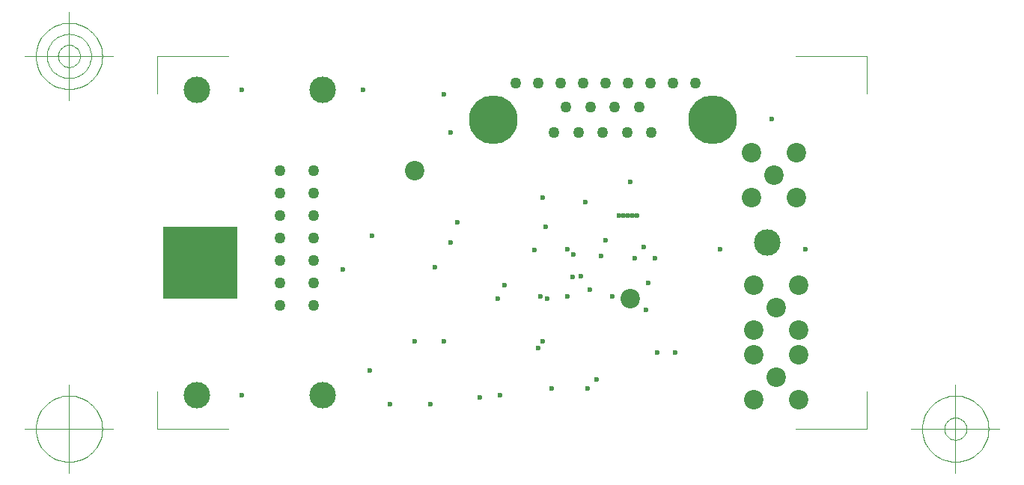
<source format=gbr>
G04 Generated by Ultiboard *
%FSLAX25Y25*%
%MOMM*%

%ADD10C,0.00100*%
%ADD11C,0.10000*%
%ADD12C,0.60000*%
%ADD13C,3.00000*%
%ADD14C,5.50316*%
%ADD15C,1.27000*%
%ADD16C,2.20000*%
%ADD17C,1.30000*%


%LNSolder Mask Bottom*%
%LPD*%
%FSLAX25Y25*%
%MOMM*%
G54D10*
G36*
X25400Y1447800D02*
X25400Y2260600D01*
X863600Y2260600D01*
X863600Y1447800D01*
X25400Y1447800D01*
G37*
G54D11*
X-40050Y-25400D02*
X-40050Y396240D01*
X-40050Y-25400D02*
X762531Y-25400D01*
X7985760Y-25400D02*
X7183179Y-25400D01*
X7985760Y-25400D02*
X7985760Y396240D01*
X7985760Y4191000D02*
X7985760Y3769360D01*
X7985760Y4191000D02*
X7183179Y4191000D01*
X-40050Y4191000D02*
X762531Y4191000D01*
X-40050Y4191000D02*
X-40050Y3769360D01*
X-540050Y-25400D02*
X-1540050Y-25400D01*
X-1040050Y-525400D02*
X-1040050Y474600D01*
X-665050Y-25400D02*
X-666856Y11356D01*
X-666856Y11356D02*
X-672256Y47759D01*
X-672256Y47759D02*
X-681197Y83457D01*
X-681197Y83457D02*
X-693595Y118106D01*
X-693595Y118106D02*
X-709330Y151374D01*
X-709330Y151374D02*
X-728249Y182939D01*
X-728249Y182939D02*
X-750171Y212497D01*
X-750171Y212497D02*
X-774885Y239765D01*
X-774885Y239765D02*
X-802153Y264479D01*
X-802153Y264479D02*
X-831711Y286401D01*
X-831711Y286401D02*
X-863276Y305320D01*
X-863276Y305320D02*
X-896544Y321055D01*
X-896544Y321055D02*
X-931193Y333453D01*
X-931193Y333453D02*
X-966891Y342394D01*
X-966891Y342394D02*
X-1003294Y347794D01*
X-1003294Y347794D02*
X-1040050Y349600D01*
X-1040050Y349600D02*
X-1076806Y347794D01*
X-1076806Y347794D02*
X-1113209Y342394D01*
X-1113209Y342394D02*
X-1148907Y333453D01*
X-1148907Y333453D02*
X-1183556Y321055D01*
X-1183556Y321055D02*
X-1216824Y305320D01*
X-1216824Y305320D02*
X-1248389Y286401D01*
X-1248389Y286401D02*
X-1277947Y264479D01*
X-1277947Y264479D02*
X-1305215Y239765D01*
X-1305215Y239765D02*
X-1329929Y212497D01*
X-1329929Y212497D02*
X-1351851Y182939D01*
X-1351851Y182939D02*
X-1370770Y151374D01*
X-1370770Y151374D02*
X-1386505Y118106D01*
X-1386505Y118106D02*
X-1398903Y83457D01*
X-1398903Y83457D02*
X-1407844Y47759D01*
X-1407844Y47759D02*
X-1413244Y11356D01*
X-1413244Y11356D02*
X-1415050Y-25400D01*
X-1415050Y-25400D02*
X-1413244Y-62156D01*
X-1413244Y-62156D02*
X-1407844Y-98559D01*
X-1407844Y-98559D02*
X-1398903Y-134257D01*
X-1398903Y-134257D02*
X-1386505Y-168906D01*
X-1386505Y-168906D02*
X-1370770Y-202174D01*
X-1370770Y-202174D02*
X-1351851Y-233739D01*
X-1351851Y-233739D02*
X-1329929Y-263297D01*
X-1329929Y-263297D02*
X-1305215Y-290565D01*
X-1305215Y-290565D02*
X-1277947Y-315279D01*
X-1277947Y-315279D02*
X-1248389Y-337201D01*
X-1248389Y-337201D02*
X-1216824Y-356120D01*
X-1216824Y-356120D02*
X-1183556Y-371855D01*
X-1183556Y-371855D02*
X-1148907Y-384253D01*
X-1148907Y-384253D02*
X-1113209Y-393194D01*
X-1113209Y-393194D02*
X-1076806Y-398594D01*
X-1076806Y-398594D02*
X-1040050Y-400400D01*
X-1040050Y-400400D02*
X-1003294Y-398594D01*
X-1003294Y-398594D02*
X-966891Y-393194D01*
X-966891Y-393194D02*
X-931193Y-384253D01*
X-931193Y-384253D02*
X-896544Y-371855D01*
X-896544Y-371855D02*
X-863276Y-356120D01*
X-863276Y-356120D02*
X-831711Y-337201D01*
X-831711Y-337201D02*
X-802153Y-315279D01*
X-802153Y-315279D02*
X-774885Y-290565D01*
X-774885Y-290565D02*
X-750171Y-263297D01*
X-750171Y-263297D02*
X-728249Y-233739D01*
X-728249Y-233739D02*
X-709330Y-202174D01*
X-709330Y-202174D02*
X-693595Y-168906D01*
X-693595Y-168906D02*
X-681197Y-134257D01*
X-681197Y-134257D02*
X-672256Y-98559D01*
X-672256Y-98559D02*
X-666856Y-62156D01*
X-666856Y-62156D02*
X-665050Y-25400D01*
X8485760Y-25400D02*
X9485760Y-25400D01*
X8985760Y-525400D02*
X8985760Y474600D01*
X9360760Y-25400D02*
X9358954Y11356D01*
X9358954Y11356D02*
X9353554Y47759D01*
X9353554Y47759D02*
X9344613Y83457D01*
X9344613Y83457D02*
X9332215Y118106D01*
X9332215Y118106D02*
X9316480Y151374D01*
X9316480Y151374D02*
X9297561Y182939D01*
X9297561Y182939D02*
X9275639Y212497D01*
X9275639Y212497D02*
X9250925Y239765D01*
X9250925Y239765D02*
X9223657Y264479D01*
X9223657Y264479D02*
X9194099Y286401D01*
X9194099Y286401D02*
X9162534Y305320D01*
X9162534Y305320D02*
X9129266Y321055D01*
X9129266Y321055D02*
X9094617Y333453D01*
X9094617Y333453D02*
X9058919Y342394D01*
X9058919Y342394D02*
X9022516Y347794D01*
X9022516Y347794D02*
X8985760Y349600D01*
X8985760Y349600D02*
X8949004Y347794D01*
X8949004Y347794D02*
X8912601Y342394D01*
X8912601Y342394D02*
X8876903Y333453D01*
X8876903Y333453D02*
X8842254Y321055D01*
X8842254Y321055D02*
X8808986Y305320D01*
X8808986Y305320D02*
X8777421Y286401D01*
X8777421Y286401D02*
X8747863Y264479D01*
X8747863Y264479D02*
X8720595Y239765D01*
X8720595Y239765D02*
X8695881Y212497D01*
X8695881Y212497D02*
X8673959Y182939D01*
X8673959Y182939D02*
X8655040Y151374D01*
X8655040Y151374D02*
X8639305Y118106D01*
X8639305Y118106D02*
X8626907Y83457D01*
X8626907Y83457D02*
X8617966Y47759D01*
X8617966Y47759D02*
X8612566Y11356D01*
X8612566Y11356D02*
X8610760Y-25400D01*
X8610760Y-25400D02*
X8612566Y-62156D01*
X8612566Y-62156D02*
X8617966Y-98559D01*
X8617966Y-98559D02*
X8626907Y-134257D01*
X8626907Y-134257D02*
X8639305Y-168906D01*
X8639305Y-168906D02*
X8655040Y-202174D01*
X8655040Y-202174D02*
X8673959Y-233739D01*
X8673959Y-233739D02*
X8695881Y-263297D01*
X8695881Y-263297D02*
X8720595Y-290565D01*
X8720595Y-290565D02*
X8747863Y-315279D01*
X8747863Y-315279D02*
X8777421Y-337201D01*
X8777421Y-337201D02*
X8808986Y-356120D01*
X8808986Y-356120D02*
X8842254Y-371855D01*
X8842254Y-371855D02*
X8876903Y-384253D01*
X8876903Y-384253D02*
X8912601Y-393194D01*
X8912601Y-393194D02*
X8949004Y-398594D01*
X8949004Y-398594D02*
X8985760Y-400400D01*
X8985760Y-400400D02*
X9022516Y-398594D01*
X9022516Y-398594D02*
X9058919Y-393194D01*
X9058919Y-393194D02*
X9094617Y-384253D01*
X9094617Y-384253D02*
X9129266Y-371855D01*
X9129266Y-371855D02*
X9162534Y-356120D01*
X9162534Y-356120D02*
X9194099Y-337201D01*
X9194099Y-337201D02*
X9223657Y-315279D01*
X9223657Y-315279D02*
X9250925Y-290565D01*
X9250925Y-290565D02*
X9275639Y-263297D01*
X9275639Y-263297D02*
X9297561Y-233739D01*
X9297561Y-233739D02*
X9316480Y-202174D01*
X9316480Y-202174D02*
X9332215Y-168906D01*
X9332215Y-168906D02*
X9344613Y-134257D01*
X9344613Y-134257D02*
X9353554Y-98559D01*
X9353554Y-98559D02*
X9358954Y-62156D01*
X9358954Y-62156D02*
X9360760Y-25400D01*
X9110760Y-25400D02*
X9110158Y-13148D01*
X9110158Y-13148D02*
X9108358Y-1014D01*
X9108358Y-1014D02*
X9105378Y10886D01*
X9105378Y10886D02*
X9101245Y22435D01*
X9101245Y22435D02*
X9096000Y33525D01*
X9096000Y33525D02*
X9089694Y44046D01*
X9089694Y44046D02*
X9082386Y53899D01*
X9082386Y53899D02*
X9074148Y62988D01*
X9074148Y62988D02*
X9065059Y71226D01*
X9065059Y71226D02*
X9055206Y78534D01*
X9055206Y78534D02*
X9044685Y84840D01*
X9044685Y84840D02*
X9033595Y90085D01*
X9033595Y90085D02*
X9022046Y94218D01*
X9022046Y94218D02*
X9010146Y97198D01*
X9010146Y97198D02*
X8998012Y98998D01*
X8998012Y98998D02*
X8985760Y99600D01*
X8985760Y99600D02*
X8973508Y98998D01*
X8973508Y98998D02*
X8961374Y97198D01*
X8961374Y97198D02*
X8949475Y94218D01*
X8949475Y94218D02*
X8937925Y90085D01*
X8937925Y90085D02*
X8926836Y84840D01*
X8926836Y84840D02*
X8916314Y78534D01*
X8916314Y78534D02*
X8906461Y71226D01*
X8906461Y71226D02*
X8897372Y62988D01*
X8897372Y62988D02*
X8889134Y53899D01*
X8889134Y53899D02*
X8881826Y44046D01*
X8881826Y44046D02*
X8875520Y33525D01*
X8875520Y33525D02*
X8870275Y22435D01*
X8870275Y22435D02*
X8866143Y10886D01*
X8866143Y10886D02*
X8863162Y-1014D01*
X8863162Y-1014D02*
X8861362Y-13148D01*
X8861362Y-13148D02*
X8860760Y-25400D01*
X8860760Y-25400D02*
X8861362Y-37652D01*
X8861362Y-37652D02*
X8863162Y-49786D01*
X8863162Y-49786D02*
X8866143Y-61685D01*
X8866143Y-61685D02*
X8870275Y-73235D01*
X8870275Y-73235D02*
X8875520Y-84324D01*
X8875520Y-84324D02*
X8881826Y-94846D01*
X8881826Y-94846D02*
X8889134Y-104699D01*
X8889134Y-104699D02*
X8897372Y-113788D01*
X8897372Y-113788D02*
X8906461Y-122026D01*
X8906461Y-122026D02*
X8916314Y-129334D01*
X8916314Y-129334D02*
X8926836Y-135640D01*
X8926836Y-135640D02*
X8937925Y-140885D01*
X8937925Y-140885D02*
X8949475Y-145017D01*
X8949475Y-145017D02*
X8961374Y-147998D01*
X8961374Y-147998D02*
X8973508Y-149798D01*
X8973508Y-149798D02*
X8985760Y-150400D01*
X8985760Y-150400D02*
X8998012Y-149798D01*
X8998012Y-149798D02*
X9010146Y-147998D01*
X9010146Y-147998D02*
X9022046Y-145017D01*
X9022046Y-145017D02*
X9033595Y-140885D01*
X9033595Y-140885D02*
X9044685Y-135640D01*
X9044685Y-135640D02*
X9055206Y-129334D01*
X9055206Y-129334D02*
X9065059Y-122026D01*
X9065059Y-122026D02*
X9074148Y-113788D01*
X9074148Y-113788D02*
X9082386Y-104699D01*
X9082386Y-104699D02*
X9089694Y-94846D01*
X9089694Y-94846D02*
X9096000Y-84324D01*
X9096000Y-84324D02*
X9101245Y-73235D01*
X9101245Y-73235D02*
X9105378Y-61685D01*
X9105378Y-61685D02*
X9108358Y-49786D01*
X9108358Y-49786D02*
X9110158Y-37652D01*
X9110158Y-37652D02*
X9110760Y-25400D01*
X-540050Y4191000D02*
X-1540050Y4191000D01*
X-1040050Y3691000D02*
X-1040050Y4691000D01*
X-665050Y4191000D02*
X-666856Y4227756D01*
X-666856Y4227756D02*
X-672256Y4264159D01*
X-672256Y4264159D02*
X-681197Y4299857D01*
X-681197Y4299857D02*
X-693595Y4334506D01*
X-693595Y4334506D02*
X-709330Y4367774D01*
X-709330Y4367774D02*
X-728249Y4399339D01*
X-728249Y4399339D02*
X-750171Y4428897D01*
X-750171Y4428897D02*
X-774885Y4456165D01*
X-774885Y4456165D02*
X-802153Y4480879D01*
X-802153Y4480879D02*
X-831711Y4502801D01*
X-831711Y4502801D02*
X-863276Y4521720D01*
X-863276Y4521720D02*
X-896544Y4537455D01*
X-896544Y4537455D02*
X-931193Y4549853D01*
X-931193Y4549853D02*
X-966891Y4558794D01*
X-966891Y4558794D02*
X-1003294Y4564194D01*
X-1003294Y4564194D02*
X-1040050Y4566000D01*
X-1040050Y4566000D02*
X-1076806Y4564194D01*
X-1076806Y4564194D02*
X-1113209Y4558794D01*
X-1113209Y4558794D02*
X-1148907Y4549853D01*
X-1148907Y4549853D02*
X-1183556Y4537455D01*
X-1183556Y4537455D02*
X-1216824Y4521720D01*
X-1216824Y4521720D02*
X-1248389Y4502801D01*
X-1248389Y4502801D02*
X-1277947Y4480879D01*
X-1277947Y4480879D02*
X-1305215Y4456165D01*
X-1305215Y4456165D02*
X-1329929Y4428897D01*
X-1329929Y4428897D02*
X-1351851Y4399339D01*
X-1351851Y4399339D02*
X-1370770Y4367774D01*
X-1370770Y4367774D02*
X-1386505Y4334506D01*
X-1386505Y4334506D02*
X-1398903Y4299857D01*
X-1398903Y4299857D02*
X-1407844Y4264159D01*
X-1407844Y4264159D02*
X-1413244Y4227756D01*
X-1413244Y4227756D02*
X-1415050Y4191000D01*
X-1415050Y4191000D02*
X-1413244Y4154244D01*
X-1413244Y4154244D02*
X-1407844Y4117841D01*
X-1407844Y4117841D02*
X-1398903Y4082143D01*
X-1398903Y4082143D02*
X-1386505Y4047494D01*
X-1386505Y4047494D02*
X-1370770Y4014226D01*
X-1370770Y4014226D02*
X-1351851Y3982661D01*
X-1351851Y3982661D02*
X-1329929Y3953103D01*
X-1329929Y3953103D02*
X-1305215Y3925835D01*
X-1305215Y3925835D02*
X-1277947Y3901121D01*
X-1277947Y3901121D02*
X-1248389Y3879199D01*
X-1248389Y3879199D02*
X-1216824Y3860280D01*
X-1216824Y3860280D02*
X-1183556Y3844545D01*
X-1183556Y3844545D02*
X-1148907Y3832147D01*
X-1148907Y3832147D02*
X-1113209Y3823206D01*
X-1113209Y3823206D02*
X-1076806Y3817806D01*
X-1076806Y3817806D02*
X-1040050Y3816000D01*
X-1040050Y3816000D02*
X-1003294Y3817806D01*
X-1003294Y3817806D02*
X-966891Y3823206D01*
X-966891Y3823206D02*
X-931193Y3832147D01*
X-931193Y3832147D02*
X-896544Y3844545D01*
X-896544Y3844545D02*
X-863276Y3860280D01*
X-863276Y3860280D02*
X-831711Y3879199D01*
X-831711Y3879199D02*
X-802153Y3901121D01*
X-802153Y3901121D02*
X-774885Y3925835D01*
X-774885Y3925835D02*
X-750171Y3953103D01*
X-750171Y3953103D02*
X-728249Y3982661D01*
X-728249Y3982661D02*
X-709330Y4014226D01*
X-709330Y4014226D02*
X-693595Y4047494D01*
X-693595Y4047494D02*
X-681197Y4082143D01*
X-681197Y4082143D02*
X-672256Y4117841D01*
X-672256Y4117841D02*
X-666856Y4154244D01*
X-666856Y4154244D02*
X-665050Y4191000D01*
X-790050Y4191000D02*
X-791254Y4215504D01*
X-791254Y4215504D02*
X-794854Y4239773D01*
X-794854Y4239773D02*
X-800815Y4263571D01*
X-800815Y4263571D02*
X-809080Y4286671D01*
X-809080Y4286671D02*
X-819570Y4308849D01*
X-819570Y4308849D02*
X-832183Y4329893D01*
X-832183Y4329893D02*
X-846797Y4349598D01*
X-846797Y4349598D02*
X-863273Y4367777D01*
X-863273Y4367777D02*
X-881452Y4384253D01*
X-881452Y4384253D02*
X-901157Y4398867D01*
X-901157Y4398867D02*
X-922201Y4411480D01*
X-922201Y4411480D02*
X-944379Y4421970D01*
X-944379Y4421970D02*
X-967479Y4430235D01*
X-967479Y4430235D02*
X-991277Y4436196D01*
X-991277Y4436196D02*
X-1015546Y4439796D01*
X-1015546Y4439796D02*
X-1040050Y4441000D01*
X-1040050Y4441000D02*
X-1064554Y4439796D01*
X-1064554Y4439796D02*
X-1088822Y4436196D01*
X-1088822Y4436196D02*
X-1112621Y4430235D01*
X-1112621Y4430235D02*
X-1135721Y4421970D01*
X-1135721Y4421970D02*
X-1157899Y4411480D01*
X-1157899Y4411480D02*
X-1178942Y4398867D01*
X-1178942Y4398867D02*
X-1198648Y4384253D01*
X-1198648Y4384253D02*
X-1216827Y4367777D01*
X-1216827Y4367777D02*
X-1233303Y4349598D01*
X-1233303Y4349598D02*
X-1247917Y4329893D01*
X-1247917Y4329893D02*
X-1260530Y4308849D01*
X-1260530Y4308849D02*
X-1271020Y4286671D01*
X-1271020Y4286671D02*
X-1279285Y4263571D01*
X-1279285Y4263571D02*
X-1285246Y4239773D01*
X-1285246Y4239773D02*
X-1288846Y4215504D01*
X-1288846Y4215504D02*
X-1290050Y4191000D01*
X-1290050Y4191000D02*
X-1288846Y4166496D01*
X-1288846Y4166496D02*
X-1285246Y4142228D01*
X-1285246Y4142228D02*
X-1279285Y4118429D01*
X-1279285Y4118429D02*
X-1271020Y4095329D01*
X-1271020Y4095329D02*
X-1260530Y4073151D01*
X-1260530Y4073151D02*
X-1247917Y4052108D01*
X-1247917Y4052108D02*
X-1233303Y4032402D01*
X-1233303Y4032402D02*
X-1216827Y4014223D01*
X-1216827Y4014223D02*
X-1198648Y3997747D01*
X-1198648Y3997747D02*
X-1178942Y3983133D01*
X-1178942Y3983133D02*
X-1157899Y3970520D01*
X-1157899Y3970520D02*
X-1135721Y3960030D01*
X-1135721Y3960030D02*
X-1112621Y3951765D01*
X-1112621Y3951765D02*
X-1088822Y3945804D01*
X-1088822Y3945804D02*
X-1064554Y3942204D01*
X-1064554Y3942204D02*
X-1040050Y3941000D01*
X-1040050Y3941000D02*
X-1015546Y3942204D01*
X-1015546Y3942204D02*
X-991277Y3945804D01*
X-991277Y3945804D02*
X-967479Y3951765D01*
X-967479Y3951765D02*
X-944379Y3960030D01*
X-944379Y3960030D02*
X-922201Y3970520D01*
X-922201Y3970520D02*
X-901157Y3983133D01*
X-901157Y3983133D02*
X-881452Y3997747D01*
X-881452Y3997747D02*
X-863273Y4014223D01*
X-863273Y4014223D02*
X-846797Y4032402D01*
X-846797Y4032402D02*
X-832183Y4052108D01*
X-832183Y4052108D02*
X-819570Y4073151D01*
X-819570Y4073151D02*
X-809080Y4095329D01*
X-809080Y4095329D02*
X-800815Y4118429D01*
X-800815Y4118429D02*
X-794854Y4142228D01*
X-794854Y4142228D02*
X-791254Y4166496D01*
X-791254Y4166496D02*
X-790050Y4191000D01*
X-915050Y4191000D02*
X-915652Y4203252D01*
X-915652Y4203252D02*
X-917452Y4215386D01*
X-917452Y4215386D02*
X-920432Y4227286D01*
X-920432Y4227286D02*
X-924565Y4238835D01*
X-924565Y4238835D02*
X-929810Y4249925D01*
X-929810Y4249925D02*
X-936116Y4260446D01*
X-936116Y4260446D02*
X-943424Y4270299D01*
X-943424Y4270299D02*
X-951662Y4279388D01*
X-951662Y4279388D02*
X-960751Y4287626D01*
X-960751Y4287626D02*
X-970604Y4294934D01*
X-970604Y4294934D02*
X-981125Y4301240D01*
X-981125Y4301240D02*
X-992215Y4306485D01*
X-992215Y4306485D02*
X-1003764Y4310618D01*
X-1003764Y4310618D02*
X-1015664Y4313598D01*
X-1015664Y4313598D02*
X-1027798Y4315398D01*
X-1027798Y4315398D02*
X-1040050Y4316000D01*
X-1040050Y4316000D02*
X-1052302Y4315398D01*
X-1052302Y4315398D02*
X-1064436Y4313598D01*
X-1064436Y4313598D02*
X-1076335Y4310618D01*
X-1076335Y4310618D02*
X-1087885Y4306485D01*
X-1087885Y4306485D02*
X-1098974Y4301240D01*
X-1098974Y4301240D02*
X-1109496Y4294934D01*
X-1109496Y4294934D02*
X-1119349Y4287626D01*
X-1119349Y4287626D02*
X-1128438Y4279388D01*
X-1128438Y4279388D02*
X-1136676Y4270299D01*
X-1136676Y4270299D02*
X-1143984Y4260446D01*
X-1143984Y4260446D02*
X-1150290Y4249925D01*
X-1150290Y4249925D02*
X-1155535Y4238835D01*
X-1155535Y4238835D02*
X-1159667Y4227286D01*
X-1159667Y4227286D02*
X-1162648Y4215386D01*
X-1162648Y4215386D02*
X-1164448Y4203252D01*
X-1164448Y4203252D02*
X-1165050Y4191000D01*
X-1165050Y4191000D02*
X-1164448Y4178748D01*
X-1164448Y4178748D02*
X-1162648Y4166614D01*
X-1162648Y4166614D02*
X-1159667Y4154715D01*
X-1159667Y4154715D02*
X-1155535Y4143165D01*
X-1155535Y4143165D02*
X-1150290Y4132076D01*
X-1150290Y4132076D02*
X-1143984Y4121554D01*
X-1143984Y4121554D02*
X-1136676Y4111701D01*
X-1136676Y4111701D02*
X-1128438Y4102612D01*
X-1128438Y4102612D02*
X-1119349Y4094374D01*
X-1119349Y4094374D02*
X-1109496Y4087066D01*
X-1109496Y4087066D02*
X-1098974Y4080760D01*
X-1098974Y4080760D02*
X-1087885Y4075515D01*
X-1087885Y4075515D02*
X-1076335Y4071383D01*
X-1076335Y4071383D02*
X-1064436Y4068402D01*
X-1064436Y4068402D02*
X-1052302Y4066602D01*
X-1052302Y4066602D02*
X-1040050Y4066000D01*
X-1040050Y4066000D02*
X-1027798Y4066602D01*
X-1027798Y4066602D02*
X-1015664Y4068402D01*
X-1015664Y4068402D02*
X-1003764Y4071383D01*
X-1003764Y4071383D02*
X-992215Y4075515D01*
X-992215Y4075515D02*
X-981125Y4080760D01*
X-981125Y4080760D02*
X-970604Y4087066D01*
X-970604Y4087066D02*
X-960751Y4094374D01*
X-960751Y4094374D02*
X-951662Y4102612D01*
X-951662Y4102612D02*
X-943424Y4111701D01*
X-943424Y4111701D02*
X-936116Y4121554D01*
X-936116Y4121554D02*
X-929810Y4132076D01*
X-929810Y4132076D02*
X-924565Y4143165D01*
X-924565Y4143165D02*
X-920432Y4154715D01*
X-920432Y4154715D02*
X-917452Y4166614D01*
X-917452Y4166614D02*
X-915652Y4178748D01*
X-915652Y4178748D02*
X-915050Y4191000D01*
G54D12*
X3200400Y965200D03*
X3200400Y3759200D03*
X101600Y1600200D03*
X304800Y1600200D03*
X406400Y1600200D03*
X508000Y1600200D03*
X609600Y1600200D03*
X711200Y1600200D03*
X203200Y1600200D03*
X762000Y1524000D03*
X355600Y1524000D03*
X152400Y1524000D03*
X254000Y1524000D03*
X457200Y1524000D03*
X558800Y1524000D03*
X660400Y1524000D03*
X914400Y355600D03*
X762000Y2184400D03*
X787400Y1854200D03*
X355600Y2184400D03*
X406400Y2108200D03*
X101600Y2006600D03*
X203200Y1955800D03*
X101600Y1905000D03*
X101600Y1803400D03*
X203200Y1854200D03*
X101600Y1701800D03*
X203200Y1752600D03*
X254000Y2184400D03*
X152400Y2184400D03*
X304800Y2108200D03*
X203200Y2108200D03*
X101600Y2108200D03*
X558800Y1854200D03*
X635000Y1854200D03*
X711200Y1854200D03*
X609600Y2108200D03*
X711200Y2108200D03*
X660400Y2184400D03*
X558800Y2184400D03*
X508000Y2108200D03*
X457200Y2184400D03*
X2362200Y635000D03*
X2590800Y254000D03*
X3048000Y254000D03*
X2870200Y965200D03*
X2387600Y2159000D03*
X2057400Y1778000D03*
X3098800Y1803400D03*
X914400Y3810000D03*
X2286000Y3810000D03*
X4826000Y431800D03*
X4800600Y2540000D03*
X3886200Y1600200D03*
X3606800Y330200D03*
X3835400Y355600D03*
X3810000Y1447800D03*
X4419600Y431800D03*
X4368800Y1447800D03*
X4267200Y889000D03*
X4318000Y965200D03*
X4292600Y1473200D03*
X4597400Y1473200D03*
X3276600Y2082800D03*
X3352800Y2311400D03*
X4353983Y2260600D03*
X4224867Y1998133D03*
X4597400Y2006600D03*
X4660900Y1943100D03*
X4658783Y1691217D03*
X4749800Y1701800D03*
X4318000Y2590800D03*
X5511800Y1625600D03*
X5613400Y838200D03*
X4927600Y533400D03*
X5105400Y1473200D03*
X4851400Y1549400D03*
X5486400Y1320800D03*
X5816600Y838200D03*
X5588000Y1905000D03*
X5334000Y2387600D03*
X5384800Y2387600D03*
X5283200Y2387600D03*
X5232400Y2387600D03*
X5181600Y2387600D03*
X4978400Y1930400D03*
X5029200Y2108200D03*
X5461000Y2032000D03*
X5359400Y1905000D03*
X5308600Y2768600D03*
X6324600Y2006600D03*
X3276600Y3327400D03*
X7289800Y2006600D03*
X6908800Y3479800D03*
G54D13*
X406400Y355600D03*
X1828800Y355600D03*
X406400Y3810000D03*
X1828800Y3810000D03*
X6858000Y2082800D03*
G54D14*
X6239933Y3469217D03*
X3754967Y3469217D03*
G54D15*
X4857750Y3611033D03*
X4720167Y3327400D03*
X4445000Y3327400D03*
X4582583Y3611033D03*
X5545667Y3327400D03*
X5132917Y3611033D03*
X5270500Y3327400D03*
X4995333Y3327400D03*
X5408083Y3611033D03*
X1346200Y1625600D03*
X1346200Y1371600D03*
X1346200Y2387600D03*
X1346200Y1879600D03*
X1346200Y2133600D03*
X1346200Y2641600D03*
X1346200Y2895600D03*
X1727200Y1625600D03*
X1727200Y1371600D03*
X1727200Y2387600D03*
X1727200Y1879600D03*
X1727200Y2133600D03*
X1727200Y2641600D03*
X1727200Y2895600D03*
X4775200Y3886200D03*
X4013200Y3886200D03*
X4267200Y3886200D03*
X4521200Y3886200D03*
X5537200Y3886200D03*
X5283200Y3886200D03*
X5029200Y3886200D03*
X6045200Y3886200D03*
X5791200Y3886200D03*
G54D16*
X2870200Y2895600D03*
X5308600Y1447800D03*
X6680200Y3098800D03*
X7188200Y3098800D03*
X7188200Y2590800D03*
X6680200Y2590800D03*
X6934200Y2844800D03*
X6705600Y1600200D03*
X7213600Y1600200D03*
X7213600Y1092200D03*
X6705600Y1092200D03*
X6959600Y1346200D03*
X7213600Y812800D03*
X7213600Y304800D03*
X6705600Y812800D03*
X6705600Y304800D03*
X6959600Y558800D03*
G54D17*
X457200Y1727200D03*
X330200Y1854200D03*
X457200Y1981200D03*

M00*

</source>
